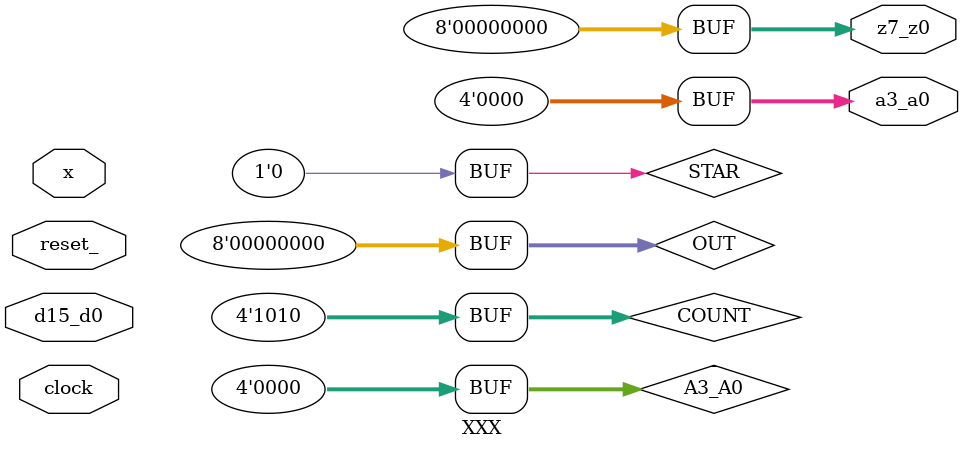
<source format=v>
module XXX(d15_d0,a3_a0,x,z7_z0,clock,reset_);
    input         clock,reset_;
    output [3:0]  a3_a0;
    input  [15:0] d15_d0;
    input         x;
    output [7:0]  z7_z0;

    reg [7:0]   OUT;
    assign    z7_z0=OUT;
    
    reg [3:0]     A3_A0;
    assign    a3_a0=A3_A0;

    reg [3:0]     COUNT;
    reg           STAR;
    localparam ST0=0, ST1=1;

    localparam Num_Periodi=10;

    always @(reset_==0) 
    begin 
        A3_A0 <= 0;
        OUT <= 0;
        COUNT <= Num_Periodi;
        STAR <= ST0;
    end
    
    always @(posedge clock) if (reset_==1) #3 
    casex(STAR)
        ST0: begin 
            COUNT <= COUNT-1;
            STAR <= (COUNT==2) ? ST1 : ST0;
        end
            
        ST1: begin 
            OUT <= d15_d0[7:0];
            A3_A0 <= (x==0) ? d15_d0[15:12] : d15_d0[11:8];
            COUNT <= Num_Periodi;
            STAR <= ST0;
        end
    endcase

endmodule
</source>
